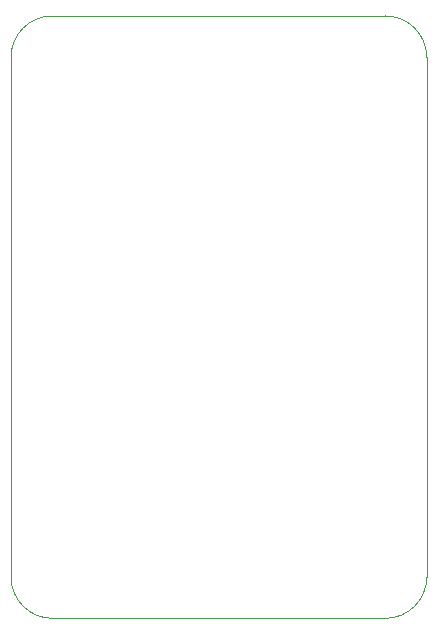
<source format=gbr>
%TF.GenerationSoftware,KiCad,Pcbnew,(6.0.0)*%
%TF.CreationDate,2022-08-07T09:38:38+08:00*%
%TF.ProjectId,ESP_Remote_Bat,4553505f-5265-46d6-9f74-655f4261742e,rev?*%
%TF.SameCoordinates,Original*%
%TF.FileFunction,Profile,NP*%
%FSLAX46Y46*%
G04 Gerber Fmt 4.6, Leading zero omitted, Abs format (unit mm)*
G04 Created by KiCad (PCBNEW (6.0.0)) date 2022-08-07 09:38:38*
%MOMM*%
%LPD*%
G01*
G04 APERTURE LIST*
%TA.AperFunction,Profile*%
%ADD10C,0.100000*%
%TD*%
G04 APERTURE END LIST*
D10*
X115800000Y-66500000D02*
G75*
G03*
X112300000Y-70000000I0J-3500000D01*
G01*
X112300000Y-114000000D02*
G75*
G03*
X115800000Y-117500000I3500000J0D01*
G01*
X144000000Y-117500000D02*
G75*
G03*
X147500000Y-114000000I0J3500000D01*
G01*
X147500000Y-70000000D02*
G75*
G03*
X144000000Y-66500000I-3500000J0D01*
G01*
X112300000Y-70000000D02*
X112300000Y-114000000D01*
X144000000Y-66500000D02*
X115800000Y-66500000D01*
X147500000Y-114000000D02*
X147500000Y-70000000D01*
X144000000Y-117500000D02*
X115800000Y-117500000D01*
M02*

</source>
